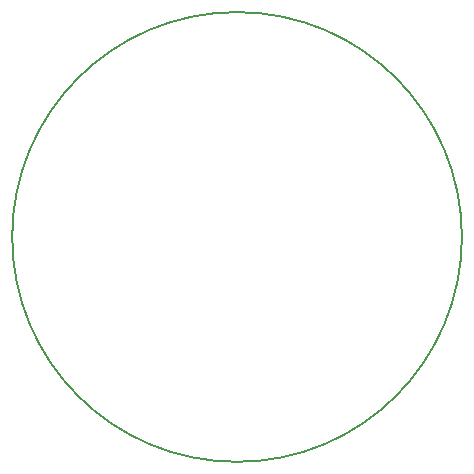
<source format=gm1>
G04 #@! TF.FileFunction,Profile,NP*
%FSLAX46Y46*%
G04 Gerber Fmt 4.6, Leading zero omitted, Abs format (unit mm)*
G04 Created by KiCad (PCBNEW 4.0.1-stable) date Wednesday, August 10, 2016 'PMt' 06:46:32 PM*
%MOMM*%
G01*
G04 APERTURE LIST*
%ADD10C,0.100000*%
%ADD11C,0.150000*%
G04 APERTURE END LIST*
D10*
D11*
X168390143Y-106426000D02*
G75*
G03X168390143Y-106426000I-19038143J0D01*
G01*
M02*

</source>
